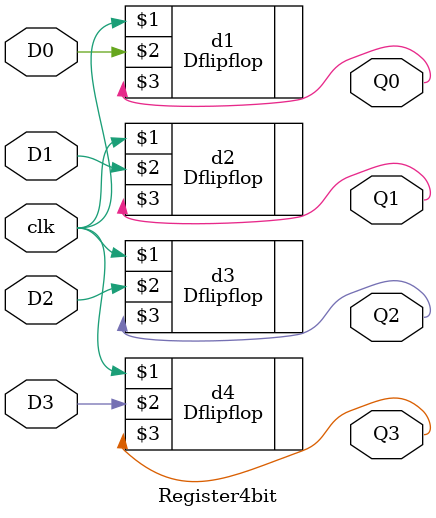
<source format=v>
`timescale 1ns / 1ps


module Register4bit(
input D0,D1,D2,D3,clk,
output Q0,Q1,Q2,Q3
    );

Dflipflop d1(clk,D0,Q0,);
Dflipflop d2(clk,D1,Q1,);
Dflipflop d3(clk,D2,Q2,);
Dflipflop d4(clk,D3,Q3,);
      


endmodule

</source>
